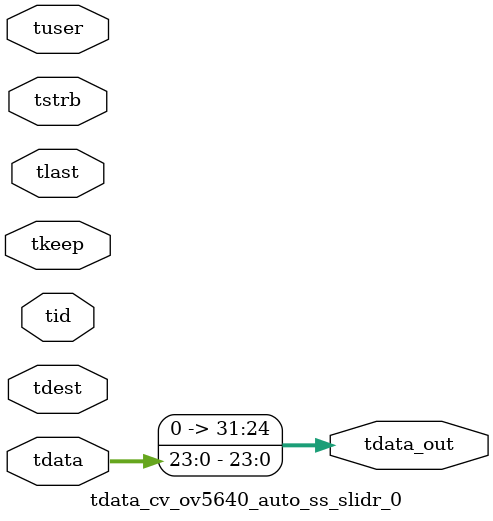
<source format=v>


`timescale 1ps/1ps

module tdata_cv_ov5640_auto_ss_slidr_0 #
(
parameter C_S_AXIS_TDATA_WIDTH = 32,
parameter C_S_AXIS_TUSER_WIDTH = 0,
parameter C_S_AXIS_TID_WIDTH   = 0,
parameter C_S_AXIS_TDEST_WIDTH = 0,
parameter C_M_AXIS_TDATA_WIDTH = 32
)
(
input  [(C_S_AXIS_TDATA_WIDTH == 0 ? 1 : C_S_AXIS_TDATA_WIDTH)-1:0     ] tdata,
input  [(C_S_AXIS_TUSER_WIDTH == 0 ? 1 : C_S_AXIS_TUSER_WIDTH)-1:0     ] tuser,
input  [(C_S_AXIS_TID_WIDTH   == 0 ? 1 : C_S_AXIS_TID_WIDTH)-1:0       ] tid,
input  [(C_S_AXIS_TDEST_WIDTH == 0 ? 1 : C_S_AXIS_TDEST_WIDTH)-1:0     ] tdest,
input  [(C_S_AXIS_TDATA_WIDTH/8)-1:0 ] tkeep,
input  [(C_S_AXIS_TDATA_WIDTH/8)-1:0 ] tstrb,
input                                                                    tlast,
output [C_M_AXIS_TDATA_WIDTH-1:0] tdata_out
);

assign tdata_out = {tdata[23:0]};

endmodule


</source>
